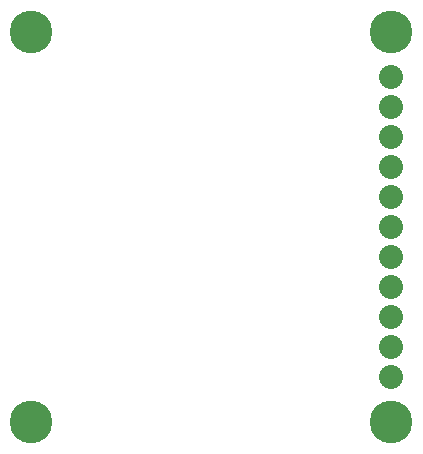
<source format=gbr>
G04 EAGLE Gerber RS-274X export*
G75*
%MOMM*%
%FSLAX34Y34*%
%LPD*%
%INSoldermask Bottom*%
%IPPOS*%
%AMOC8*
5,1,8,0,0,1.08239X$1,22.5*%
G01*
%ADD10C,3.617600*%
%ADD11C,2.032000*%


D10*
X25400Y304800D03*
X25400Y-25400D03*
X330200Y304800D03*
X330200Y-25400D03*
D11*
X330200Y266700D03*
X330200Y241300D03*
X330200Y215900D03*
X330200Y190500D03*
X330200Y165100D03*
X330200Y139700D03*
X330200Y114300D03*
X330200Y88900D03*
X330200Y63500D03*
X330200Y38100D03*
X330200Y12700D03*
M02*

</source>
